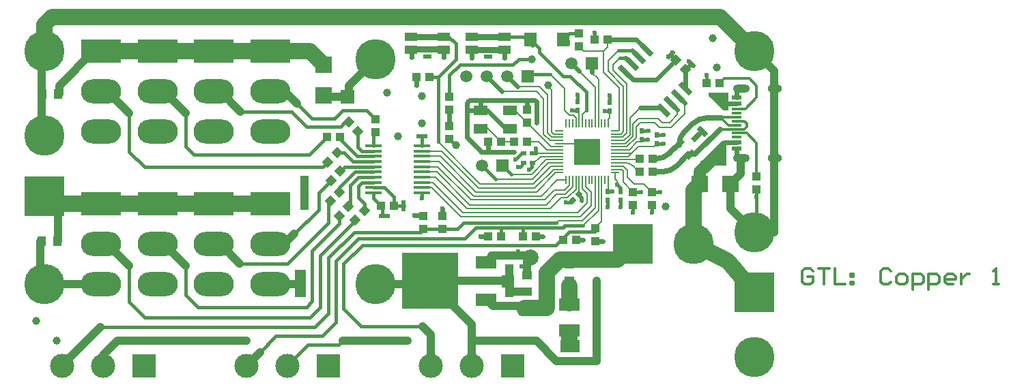
<source format=gtl>
G04*
G04 #@! TF.GenerationSoftware,Altium Limited,CircuitStudio,1.5.2 (30)*
G04*
G04 Layer_Physical_Order=1*
G04 Layer_Color=11767835*
%FSLAX25Y25*%
%MOIN*%
G70*
G01*
G75*
%ADD10C,0.00787*%
%ADD11C,0.02598*%
%ADD12R,0.09843X0.05906*%
%ADD13R,0.27559X0.27559*%
%ADD14R,0.04331X0.01969*%
%ADD15R,0.06299X0.04134*%
%ADD16P,0.05568X4X270.0*%
%ADD17R,0.03937X0.03937*%
%ADD18P,0.05568X4X180.0*%
%ADD19R,0.03937X0.03937*%
%ADD20R,0.02756X0.02362*%
%ADD21R,0.02362X0.02756*%
G04:AMPARAMS|DCode=22|XSize=27.56mil|YSize=23.62mil|CornerRadius=0mil|HoleSize=0mil|Usage=FLASHONLY|Rotation=225.000|XOffset=0mil|YOffset=0mil|HoleType=Round|Shape=Rectangle|*
%AMROTATEDRECTD22*
4,1,4,0.00139,0.01810,0.01810,0.00139,-0.00139,-0.01810,-0.01810,-0.00139,0.00139,0.01810,0.0*
%
%ADD22ROTATEDRECTD22*%

G04:AMPARAMS|DCode=23|XSize=23.62mil|YSize=70.87mil|CornerRadius=0mil|HoleSize=0mil|Usage=FLASHONLY|Rotation=225.000|XOffset=0mil|YOffset=0mil|HoleType=Round|Shape=Rectangle|*
%AMROTATEDRECTD23*
4,1,4,-0.01670,0.03341,0.03341,-0.01670,0.01670,-0.03341,-0.03341,0.01670,-0.01670,0.03341,0.0*
%
%ADD23ROTATEDRECTD23*%

G04:AMPARAMS|DCode=24|XSize=51.18mil|YSize=23.62mil|CornerRadius=0mil|HoleSize=0mil|Usage=FLASHONLY|Rotation=45.000|XOffset=0mil|YOffset=0mil|HoleType=Round|Shape=Rectangle|*
%AMROTATEDRECTD24*
4,1,4,-0.00974,-0.02645,-0.02645,-0.00974,0.00974,0.02645,0.02645,0.00974,-0.00974,-0.02645,0.0*
%
%ADD24ROTATEDRECTD24*%

%ADD25R,0.04528X0.02362*%
%ADD26R,0.04528X0.01181*%
%ADD27R,0.12598X0.12598*%
%ADD28R,0.00787X0.03937*%
%ADD29R,0.03937X0.00787*%
%ADD30R,0.07874X0.01654*%
%ADD31R,0.07087X0.05118*%
%ADD32R,0.06299X0.07087*%
%ADD33R,0.07874X0.07874*%
%ADD34R,0.07874X0.07874*%
%ADD35R,0.04724X0.03937*%
%ADD36R,0.09843X0.06299*%
%ADD37R,0.03937X0.04724*%
%ADD38C,0.03937*%
%ADD39C,0.01575*%
%ADD40C,0.07874*%
%ADD41C,0.02362*%
%ADD42C,0.03150*%
%ADD43C,0.01181*%
%ADD44C,0.05906*%
%ADD45R,0.05512X0.13386*%
%ADD46R,0.03937X0.16535*%
%ADD47R,0.09449X0.05906*%
G04:AMPARAMS|DCode=48|XSize=23.62mil|YSize=55.12mil|CornerRadius=0mil|HoleSize=0mil|Usage=FLASHONLY|Rotation=45.000|XOffset=0mil|YOffset=0mil|HoleType=Round|Shape=Rectangle|*
%AMROTATEDRECTD48*
4,1,4,0.01114,-0.02784,-0.02784,0.01114,-0.01114,0.02784,0.02784,-0.01114,0.01114,-0.02784,0.0*
%
%ADD48ROTATEDRECTD48*%

%ADD49R,0.05512X0.02362*%
%ADD50R,0.05906X0.06299*%
%ADD51R,0.02362X0.05512*%
%ADD52R,0.07087X0.06693*%
%ADD53C,0.11811*%
%ADD54R,0.11811X0.11811*%
%ADD55R,0.05906X0.05906*%
%ADD56C,0.05906*%
%ADD57C,0.19685*%
%ADD58R,0.19685X0.19685*%
%ADD59R,0.19685X0.19685*%
%ADD60O,0.19685X0.11811*%
%ADD61R,0.19685X0.11811*%
%ADD62O,0.07087X0.03937*%
%ADD63O,0.08268X0.03937*%
%ADD64C,0.07874*%
%ADD65C,0.03937*%
%ADD66C,0.02362*%
G36*
X344882Y121457D02*
X344882Y109449D01*
X331890Y109449D01*
Y110827D01*
X342520Y121457D01*
X344882Y121457D01*
D02*
G37*
G36*
X345669Y136221D02*
X343307Y136220D01*
X336221Y143307D01*
X336221Y144882D01*
X345669D01*
Y136221D01*
D02*
G37*
D10*
X301690Y106578D02*
G03*
X302362Y106299I672J672D01*
G01*
X299030Y109238D02*
G03*
X295669Y110630I-3360J-3360D01*
G01*
X272835Y167717D02*
X275197Y165354D01*
X284646D01*
X286614Y167323D02*
Y170866D01*
X284646Y165354D02*
X286614Y167323D01*
X284646Y155118D02*
Y165354D01*
X287008Y160630D02*
X292126Y165748D01*
X296063Y125197D02*
Y149213D01*
X289370Y155905D02*
X296063Y149213D01*
X289370Y155905D02*
Y158661D01*
X292720Y162012D01*
X251181Y98425D02*
X260236Y107480D01*
X254331Y94488D02*
X262205Y102362D01*
X255906Y92520D02*
X260630Y97244D01*
X256693Y90158D02*
X261811Y95276D01*
X258661Y88189D02*
X264173Y93701D01*
X262205Y102362D02*
X266535D01*
X260630Y97244D02*
X265748D01*
X261811Y95276D02*
X266007D01*
X264173Y93701D02*
X267188D01*
X283858Y81890D02*
Y102362D01*
X279331Y77362D02*
X283858Y81890D01*
X267188Y93701D02*
X271260Y97773D01*
X297638Y132677D02*
X302756Y137795D01*
X301181Y107087D02*
Y107480D01*
Y106299D02*
Y107087D01*
X290551Y110630D02*
X295669D01*
X301181Y107087D02*
X301690Y106578D01*
X299030Y109238D02*
X301181Y107087D01*
X290551Y112205D02*
X301969D01*
X296850Y113779D02*
X298425Y115354D01*
X290551Y113779D02*
X296850D01*
X290551Y116929D02*
X297244D01*
X290551Y107480D02*
X293701D01*
X272835Y129921D02*
Y135236D01*
X250984Y115354D02*
X262992D01*
X272835Y94685D02*
X272835Y94685D01*
X287008Y95866D02*
Y102362D01*
X290551Y115354D02*
X298425D01*
X262992Y120079D02*
X272835D01*
X257874Y110630D02*
X262992D01*
X256693Y112205D02*
X262992D01*
X259055Y109055D02*
X262992D01*
X260236Y107480D02*
X262992D01*
X250394Y100394D02*
X259055Y109055D01*
X253937Y113779D02*
X262992D01*
X260236Y124803D02*
X262992D01*
X259449Y123228D02*
X262992D01*
X258661Y121653D02*
X262992D01*
X255512Y124803D02*
X258661Y121653D01*
X224606Y127559D02*
X227953D01*
X234646Y120866D01*
X240945D01*
X247244Y130315D02*
X259055Y118504D01*
X262992D01*
X257087Y116929D02*
X262992D01*
X247244Y120866D02*
X253150D01*
X239173Y136221D02*
X241339D01*
X247244Y130315D01*
X253150Y120866D02*
X257087Y116929D01*
X271260Y129921D02*
Y132677D01*
X270079Y133858D02*
X271260Y132677D01*
X290551Y124803D02*
X293307D01*
X294488Y125984D01*
X290551Y123228D02*
X294094D01*
X296063Y125197D01*
X290551Y121653D02*
X294882D01*
X297638Y124409D01*
X290551Y120079D02*
X295534D01*
X299213Y123757D01*
X290551Y118504D02*
X296186D01*
X300787Y123105D01*
X297244Y116929D02*
X301181Y120866D01*
X265748Y97244D02*
X268110Y99606D01*
Y102362D01*
X266007Y95276D02*
X269685Y98954D01*
Y102362D01*
X271260Y97773D02*
Y102362D01*
X275984Y99077D02*
Y102362D01*
X274410Y98032D02*
Y102362D01*
X293701Y107480D02*
X294488Y106693D01*
Y101181D02*
X299213Y96457D01*
X290551Y109055D02*
X294488D01*
X296457Y107087D01*
X304331Y100394D02*
X308268Y96457D01*
X298425Y115354D02*
X301575Y118504D01*
X309252D01*
X301181Y120866D02*
X302559D01*
X303543Y121850D01*
X309252Y118504D02*
X310630Y119882D01*
X297638Y124409D02*
Y132677D01*
X299213Y123757D02*
Y129663D01*
X311811Y137795D02*
X312992Y136614D01*
X235118Y145669D02*
X251969D01*
X255512Y142126D01*
Y124803D02*
Y142126D01*
X242756Y148031D02*
X253543D01*
X259449Y125591D02*
X260236Y124803D01*
X290551Y126378D02*
X292126D01*
X292520Y126772D01*
X287008Y129921D02*
Y131890D01*
X287795Y132677D02*
Y136024D01*
X261811Y81496D02*
X262598Y82284D01*
X224410Y100394D02*
X250394D01*
X196850Y116437D02*
X205610D01*
X223622Y98425D01*
X251181D01*
X196752Y113878D02*
X205020D01*
X222441Y96457D01*
X196752Y111319D02*
X204429D01*
X221260Y94488D01*
X254331D01*
X196752Y108760D02*
X203839D01*
X220079Y92520D01*
X255906D01*
X196063Y106201D02*
X203248D01*
X219291Y90158D01*
X256693D01*
X196063Y103642D02*
X202658D01*
X218110Y88189D01*
X258661D01*
X196063Y101083D02*
X201279D01*
X216142Y86221D01*
X196063Y98524D02*
X200689D01*
X214961Y84252D01*
X271457Y136614D02*
X272835Y135236D01*
X257480Y125197D02*
X259449Y123228D01*
X257480Y125197D02*
Y144095D01*
X253543Y148031D02*
X257480Y144095D01*
X259449Y125591D02*
Y146457D01*
X257874Y148031D02*
X259449Y146457D01*
X257874Y148031D02*
Y148819D01*
X203937Y120866D02*
X224410Y100394D01*
X222441Y96457D02*
X251969D01*
X261417Y105905D01*
X262992D01*
X232126Y102756D02*
X250000D01*
X257874Y110630D01*
X239764Y105118D02*
X249606D01*
X256693Y112205D01*
X250492Y110335D02*
X253937Y113779D01*
X300787Y123105D02*
Y128347D01*
X299213Y129663D02*
X301833Y132283D01*
X300787Y128347D02*
X302756Y130315D01*
X301833Y132283D02*
X311417D01*
X313386Y130315D01*
X302756D02*
X309842D01*
X312205Y127953D01*
X313386Y130315D02*
X316929D01*
X320866Y134252D01*
Y136622D01*
X312205Y127953D02*
X317717D01*
X324409Y134646D01*
Y140150D01*
X287008Y155512D02*
Y160630D01*
Y155512D02*
X294488Y148031D01*
Y125984D02*
Y148031D01*
X292520Y126772D02*
Y147244D01*
X284646Y155118D02*
X292520Y147244D01*
X287008Y131890D02*
X287795Y132677D01*
X278740Y155118D02*
X282283Y151575D01*
Y129921D02*
Y151575D01*
X272835Y155512D02*
X280709Y147638D01*
Y129921D02*
Y147638D01*
X274410Y129921D02*
Y134252D01*
X276378Y136221D01*
X268110Y133858D02*
X270079D01*
X265748Y136221D02*
X268110Y133858D01*
X265748Y136221D02*
Y146850D01*
X258661Y153937D02*
X265748Y146850D01*
X299606Y100394D02*
X304331D01*
X290551Y102756D02*
Y105905D01*
Y102756D02*
X291339Y101969D01*
Y100000D02*
Y101969D01*
X294488Y101181D02*
Y106693D01*
X296457Y103543D02*
Y107087D01*
Y103543D02*
X299606Y100394D01*
X275984Y99077D02*
X278740Y96322D01*
X274410Y98032D02*
X276772Y95669D01*
X274803Y79921D02*
X282283Y87402D01*
Y102362D01*
X262598Y82284D02*
X274410D01*
X280709Y88583D01*
Y102362D01*
X214961Y84252D02*
X273228D01*
X278740Y89764D01*
Y96322D01*
X216142Y86221D02*
X272047D01*
X276772Y90945D01*
Y95669D01*
X272835Y94685D02*
Y95188D01*
Y102362D01*
D11*
X335244Y132677D02*
G03*
X328173Y129748I0J-10000D01*
G01*
X324006Y125581D02*
G03*
X321757Y120150I5430J-5430D01*
G01*
X313507Y106299D02*
G03*
X320578Y109228I0J10000D01*
G01*
X310063Y112598D02*
G03*
X317133Y115527I0J10000D01*
G01*
X335244Y132677D02*
X342126D01*
X324006Y125581D02*
X328173Y129748D01*
X317133Y115527D02*
X321757Y120150D01*
Y119315D02*
Y120150D01*
X308661Y106299D02*
X313507D01*
X308661Y112598D02*
X310063D01*
X329551Y114861D02*
X341659Y126969D01*
X320578Y109228D02*
X326211Y114861D01*
X327046D01*
X329551D01*
D12*
X227362Y43780D02*
D03*
Y61890D02*
D03*
D13*
X200197Y52835D02*
D03*
D14*
X228346Y162599D02*
D03*
X198819Y162598D02*
D03*
D15*
X220276Y166142D02*
D03*
X236417D02*
D03*
Y172441D02*
D03*
X220276D02*
D03*
X190748Y166142D02*
D03*
X206890D02*
D03*
Y172441D02*
D03*
X190748D02*
D03*
D16*
X160101Y89235D02*
D03*
X155647Y84781D02*
D03*
X155770Y96322D02*
D03*
X151316Y91867D02*
D03*
X156164Y106558D02*
D03*
X151710Y102104D02*
D03*
X154589Y115613D02*
D03*
X150135Y111159D02*
D03*
X167975Y87266D02*
D03*
X163521Y82812D02*
D03*
D17*
X155905Y123228D02*
D03*
X149606D02*
D03*
X199606Y152756D02*
D03*
X193307D02*
D03*
X308661Y112598D02*
D03*
X302362D02*
D03*
X308661Y106299D02*
D03*
X302362D02*
D03*
X182283Y89764D02*
D03*
X175984D02*
D03*
X280315Y170866D02*
D03*
X286614D02*
D03*
X228346Y120866D02*
D03*
X234646D02*
D03*
X251575Y74803D02*
D03*
X245276D02*
D03*
X341339Y149606D02*
D03*
X335039D02*
D03*
X240945Y120866D02*
D03*
X247244D02*
D03*
X271260Y72835D02*
D03*
X264961D02*
D03*
X228346Y74803D02*
D03*
X234646D02*
D03*
D18*
X164825Y126119D02*
D03*
X160371Y130574D02*
D03*
X324668Y156434D02*
D03*
X320214Y160889D02*
D03*
D19*
X173228Y125591D02*
D03*
Y131890D02*
D03*
X209449Y142913D02*
D03*
Y136614D02*
D03*
Y128740D02*
D03*
Y122441D02*
D03*
X308268Y90158D02*
D03*
Y96457D02*
D03*
X238583Y59055D02*
D03*
Y65354D02*
D03*
Y46850D02*
D03*
Y40551D02*
D03*
X247244Y136614D02*
D03*
Y130315D02*
D03*
X280709Y72441D02*
D03*
Y78740D02*
D03*
X205906Y84646D02*
D03*
Y78347D02*
D03*
X359449Y103937D02*
D03*
Y97638D02*
D03*
X272835Y174016D02*
D03*
Y167717D02*
D03*
X299213Y90158D02*
D03*
Y96457D02*
D03*
X196850Y84646D02*
D03*
Y78347D02*
D03*
D20*
X245866Y110630D02*
D03*
X250197D02*
D03*
X245866Y115354D02*
D03*
X250197D02*
D03*
D21*
X303543Y126181D02*
D03*
Y121850D02*
D03*
X287795Y140354D02*
D03*
Y136024D02*
D03*
X272047Y140748D02*
D03*
Y136417D02*
D03*
X286614Y92323D02*
D03*
Y96653D02*
D03*
X310630Y124213D02*
D03*
Y119882D02*
D03*
X292913Y92323D02*
D03*
Y96653D02*
D03*
D22*
X269729Y92170D02*
D03*
X272791Y95232D02*
D03*
D23*
X314004Y136413D02*
D03*
X317540Y139948D02*
D03*
X321076Y143484D02*
D03*
X324611Y147019D02*
D03*
X305681Y165950D02*
D03*
X302145Y162414D02*
D03*
X298609Y158879D02*
D03*
X295074Y155343D02*
D03*
D24*
X326907Y114722D02*
D03*
X321618Y120011D02*
D03*
X330108Y123213D02*
D03*
D25*
X349754Y142717D02*
D03*
Y139567D02*
D03*
Y120669D02*
D03*
Y117520D02*
D03*
D26*
Y135039D02*
D03*
Y133071D02*
D03*
Y131102D02*
D03*
Y137008D02*
D03*
Y123228D02*
D03*
Y129134D02*
D03*
Y127165D02*
D03*
Y125197D02*
D03*
D27*
X276772Y116142D02*
D03*
D28*
X287008Y129921D02*
D03*
X285433D02*
D03*
X283858D02*
D03*
X282283D02*
D03*
X280709D02*
D03*
X279134D02*
D03*
X277559D02*
D03*
X275984D02*
D03*
X274410D02*
D03*
X272835D02*
D03*
X271260D02*
D03*
X269685D02*
D03*
X268110D02*
D03*
X266535D02*
D03*
Y102362D02*
D03*
X268110D02*
D03*
X269685D02*
D03*
X271260D02*
D03*
X272835D02*
D03*
X274410D02*
D03*
X275984D02*
D03*
X277559D02*
D03*
X279134D02*
D03*
X280709D02*
D03*
X282283D02*
D03*
X283858D02*
D03*
X285433D02*
D03*
X287008D02*
D03*
D29*
X262992Y126378D02*
D03*
Y124803D02*
D03*
Y123228D02*
D03*
Y121653D02*
D03*
Y120079D02*
D03*
Y118504D02*
D03*
Y116929D02*
D03*
Y115354D02*
D03*
Y113779D02*
D03*
Y112205D02*
D03*
Y110630D02*
D03*
Y109055D02*
D03*
Y107480D02*
D03*
Y105905D02*
D03*
X290551D02*
D03*
Y107480D02*
D03*
Y109055D02*
D03*
Y110630D02*
D03*
Y112205D02*
D03*
Y113779D02*
D03*
Y115354D02*
D03*
Y116929D02*
D03*
Y118504D02*
D03*
Y120079D02*
D03*
Y121653D02*
D03*
Y123228D02*
D03*
Y124803D02*
D03*
Y126378D02*
D03*
D30*
X172441Y95964D02*
D03*
Y98524D02*
D03*
Y101083D02*
D03*
Y103642D02*
D03*
Y106201D02*
D03*
Y108760D02*
D03*
Y111319D02*
D03*
Y113878D02*
D03*
Y116437D02*
D03*
Y118996D02*
D03*
X196063D02*
D03*
Y116437D02*
D03*
Y113878D02*
D03*
Y111319D02*
D03*
Y108760D02*
D03*
Y106201D02*
D03*
Y103642D02*
D03*
Y101083D02*
D03*
Y98524D02*
D03*
Y95964D02*
D03*
D31*
X224803Y136417D02*
D03*
X238976D02*
D03*
Y127362D02*
D03*
X224803D02*
D03*
D32*
X249213Y170866D02*
D03*
X264961D02*
D03*
D33*
X331890Y100394D02*
D03*
X346850D02*
D03*
D34*
X148031Y158661D02*
D03*
Y143701D02*
D03*
D35*
X268110Y53150D02*
D03*
Y61024D02*
D03*
X247244Y47638D02*
D03*
Y55512D02*
D03*
D36*
X268110Y41339D02*
D03*
Y28740D02*
D03*
D37*
X10630Y144488D02*
D03*
X18504D02*
D03*
X10236Y72441D02*
D03*
X18110D02*
D03*
D38*
X281496Y41339D02*
Y53150D01*
Y27559D02*
Y41339D01*
Y13780D02*
Y27559D01*
X267717Y13780D02*
X281496D01*
X261811D02*
X267717D01*
X220394Y11575D02*
Y31575D01*
X236221Y23622D02*
X251969D01*
X220472D02*
X236221D01*
X251969D02*
X261811Y13780D01*
X173228Y23622D02*
X188976D01*
X200394Y11575D02*
Y26772D01*
X196457Y30709D02*
X200394Y26772D01*
X20394Y11575D02*
X39134Y30315D01*
X157480Y23622D02*
X173228D01*
X94488D02*
X110236D01*
X78740D02*
X94488D01*
X62992D02*
X78740D01*
X47244D02*
X62992D01*
X40394Y16772D02*
X47244Y23622D01*
X40394Y11575D02*
Y16772D01*
X368110Y76772D02*
Y155512D01*
X358268Y76772D02*
X368110D01*
X358268Y165354D02*
X368110Y155512D01*
X122047Y51181D02*
X136614D01*
X18504Y72441D02*
Y87795D01*
X18898Y148425D02*
X35827Y165354D01*
X18898Y144488D02*
Y148425D01*
X110394Y11575D02*
X116929Y18110D01*
X97638Y145669D02*
X107480Y135827D01*
X97638Y70866D02*
X107087Y61417D01*
X70079Y70866D02*
X80709Y60236D01*
X42520Y70866D02*
X53150Y60236D01*
X70079Y145669D02*
X80709Y135039D01*
X42520Y145669D02*
X53150Y135039D01*
X238583Y53150D02*
Y58268D01*
Y40551D02*
X246457D01*
X247244Y57874D02*
Y65354D01*
X238583Y65354D02*
X246294D01*
X351870Y105413D02*
Y113110D01*
X227362Y61890D02*
X230039Y64567D01*
Y65354D02*
X238583D01*
X230591Y40551D02*
X238583D01*
X227362Y43780D02*
X230591Y40551D01*
X122047Y70866D02*
X128740D01*
X133858Y75984D01*
X160236Y148425D02*
X173228Y161417D01*
Y51181D02*
X198543D01*
X200197Y52835D02*
Y53150D01*
X238583D01*
X200197Y51772D02*
Y52835D01*
Y51772D02*
X220394Y31575D01*
X346850Y88189D02*
X358268Y76772D01*
X122047Y145669D02*
X129134D01*
X135039Y139764D01*
X159449Y142913D02*
Y144488D01*
X35433Y145669D02*
X39370D01*
X10236Y163779D02*
X11811Y165354D01*
Y51181D02*
X39370D01*
X346850Y100394D02*
X351870Y105413D01*
X346850Y88189D02*
Y100394D01*
X239370Y47638D02*
X247244D01*
X238583Y46850D02*
X239370Y47638D01*
X238583Y47638D02*
Y53150D01*
X9843Y53150D02*
Y72441D01*
X10236Y125591D02*
Y163779D01*
X160236Y143307D02*
Y148425D01*
X149213Y142913D02*
X159449D01*
D39*
X166535Y30709D02*
X196457D01*
X157874Y39370D02*
X166535Y30709D01*
X146457Y40157D02*
Y65354D01*
X141339Y35039D02*
X146457Y40157D01*
X60630Y35039D02*
X141339D01*
X143701Y30315D02*
X150394Y37008D01*
X39134Y30315D02*
X143701D01*
X150394Y37008D02*
Y64173D01*
X153937Y32677D02*
Y62598D01*
X147244Y25984D02*
X153937Y32677D01*
X124803Y25984D02*
X147244D01*
X116929Y18110D02*
X124803Y25984D01*
X130394Y11575D02*
X140472Y21654D01*
X155512D01*
X157480Y23622D01*
X280315Y170866D02*
Y174409D01*
X279921Y170472D02*
X280315Y170866D01*
X264961D02*
X268110Y174016D01*
X272835D01*
X145669Y96063D02*
X151710Y102104D01*
X145669Y87795D02*
Y96063D01*
X133858Y75984D02*
X145669Y87795D01*
X142520Y42913D02*
Y67716D01*
X139764Y40157D02*
X142520Y42913D01*
X86614Y40157D02*
X139764D01*
X142520Y67716D02*
X155647Y80844D01*
X146457Y65354D02*
X163718Y82615D01*
X150394Y64173D02*
X162992Y76772D01*
X153937Y62598D02*
X164961Y73622D01*
X157874Y61417D02*
X166929Y70472D01*
X157874Y39370D02*
Y61417D01*
X195276Y76772D02*
X196850Y78347D01*
X213386D01*
X216535Y81496D01*
X287795Y140354D02*
Y143701D01*
X225433Y109449D02*
X232126Y102756D01*
X280315Y77165D02*
X281890Y78740D01*
X268110Y77165D02*
X280315D01*
X261417Y70472D02*
X268110Y77165D01*
X164961Y73622D02*
X216929D01*
X166929Y70472D02*
X261417D01*
X266535Y91339D02*
X268898D01*
X269729Y92170D01*
X235433Y109449D02*
X239764Y105118D01*
X107087Y61417D02*
X130315D01*
X182283Y89764D02*
Y94095D01*
X172441Y93307D02*
X175984Y89764D01*
X80709Y118504D02*
Y135039D01*
X53150Y42520D02*
Y60236D01*
X80709Y46063D02*
Y60236D01*
X53150Y116142D02*
Y135039D01*
Y116142D02*
X60630Y108661D01*
X53150Y42520D02*
X60630Y35039D01*
X80709Y46063D02*
X86614Y40157D01*
X80709Y118504D02*
X84646Y114567D01*
X163287Y106201D02*
X172441D01*
X165059Y103642D02*
X172441D01*
X164961Y93701D02*
Y99213D01*
X166831Y101083D01*
X176772Y84646D02*
Y89764D01*
X175591Y90158D02*
X175984Y89764D01*
X172441Y93307D02*
Y95964D01*
X166831Y101083D02*
X172441D01*
X292126Y165748D02*
X298811D01*
X292720Y162012D02*
X295476D01*
X335039Y149606D02*
Y153543D01*
X244882Y115354D02*
X245866D01*
X241732Y112205D02*
X244882Y115354D01*
X329969Y123073D02*
X332753Y125857D01*
X310630Y124213D02*
X313976D01*
X359449Y94095D02*
Y97638D01*
X308268Y86221D02*
Y90158D01*
X299213Y86221D02*
Y90158D01*
X172441Y98524D02*
X177854D01*
X196063Y118996D02*
Y124114D01*
X177854Y98524D02*
X182283Y94095D01*
X196063Y93701D02*
Y95964D01*
X177854Y98524D02*
X178740Y97638D01*
X182283Y89764D02*
X187402D01*
X264961Y79134D02*
X265748Y79921D01*
X245276Y79134D02*
X264961D01*
X216929Y73622D02*
X222441Y79134D01*
X234646D01*
X245276Y74803D02*
Y79134D01*
X234646Y74803D02*
Y79134D01*
X245276D01*
X216535Y81496D02*
X261811D01*
X162992Y76772D02*
X195276D01*
X172441Y118996D02*
Y125197D01*
X166634Y116437D02*
X172441D01*
X164469Y113878D02*
X172441D01*
X155315Y123031D02*
X164469Y113878D01*
X162303Y111319D02*
X172441D01*
X158009Y115613D02*
X162303Y111319D01*
X155770Y98684D02*
X163287Y106201D01*
X161024Y99606D02*
X165059Y103642D01*
X161024Y90158D02*
Y99606D01*
X130315Y61417D02*
X150394Y81496D01*
Y90945D01*
X155647Y80844D02*
Y84781D01*
X164961Y93701D02*
X167975Y90686D01*
Y87266D02*
Y90686D01*
X160101Y89235D02*
X161024Y90158D01*
X150394Y90945D02*
X151316Y91867D01*
X155770Y96322D02*
Y98684D01*
X158366Y108760D02*
X172441D01*
X156164Y106558D02*
X158366Y108760D01*
X154589Y115613D02*
X158009D01*
X60630Y108661D02*
X147638D01*
X150135Y111159D01*
X84646Y114567D02*
X140945D01*
X149606Y123228D01*
X168898Y136221D02*
X173228Y131890D01*
X164825Y118245D02*
X166634Y116437D01*
X164825Y118245D02*
Y126119D01*
X359449Y77953D02*
Y94095D01*
X310630Y119882D02*
X313976D01*
X209449Y122441D02*
X212598Y119291D01*
X272047Y140748D02*
Y143898D01*
X248425Y153937D02*
X258661D01*
X250197Y115354D02*
X251575D01*
Y117717D01*
X243898Y108661D02*
X245866Y110630D01*
X242913Y108661D02*
X243898D01*
X248425Y107480D02*
X249606Y108661D01*
Y110039D01*
X250197Y110630D01*
X303543Y121850D02*
X306496D01*
X303543Y126181D02*
X303740Y126378D01*
X306693D01*
X206890Y172441D02*
X209055D01*
X212598Y168898D01*
X203937Y120866D02*
Y152756D01*
X212598Y161417D01*
Y168898D01*
X199606Y152756D02*
X203937D01*
X245669Y172441D02*
X250000Y168110D01*
X235433Y172441D02*
X245669D01*
X253543Y164567D02*
Y166535D01*
X249213Y170866D02*
X253543Y166535D01*
Y164567D02*
X264961Y153150D01*
X267323Y168898D02*
Y170473D01*
X264961Y153150D02*
X268504D01*
X285236Y136024D02*
X287795D01*
X268504Y153150D02*
X276378Y145276D01*
Y136221D02*
Y145276D01*
X269488Y136417D02*
X272047D01*
X243307Y161417D02*
X249606D01*
X240551Y158661D02*
X243307Y161417D01*
X214567Y158661D02*
X240551D01*
X209449Y153543D02*
X214567Y158661D01*
X209449Y142913D02*
Y153543D01*
X286614Y96653D02*
X289173D01*
X291339Y100000D02*
X292913Y98425D01*
Y96653D02*
Y98425D01*
Y88976D02*
Y92323D01*
X286614Y88976D02*
Y92323D01*
X299213Y96457D02*
X302953D01*
X308268D02*
X312402D01*
X107480Y135827D02*
X132283D01*
X157480Y136221D02*
X168898D01*
X132283Y135827D02*
X139764Y128347D01*
X135039Y139764D02*
X142520Y132283D01*
X153543D01*
X157480Y136221D01*
X139764Y128347D02*
X156299D01*
X158526Y130574D01*
X160371D01*
X265748Y79921D02*
X274803D01*
X274016Y92126D02*
Y93504D01*
X272791Y95232D02*
X272835Y95188D01*
X272835Y94685D02*
X274016Y93504D01*
D40*
X11811Y178347D02*
X15354Y181890D01*
X11811Y165354D02*
Y178347D01*
X341732Y181890D02*
X358268Y165354D01*
X94488Y90551D02*
X122047D01*
X66929D02*
X94488D01*
X39370D02*
X66929D01*
X15748D02*
X39370D01*
X122047Y165354D02*
X141339D01*
X94488D02*
X122047D01*
X66929D02*
X94488D01*
X39370D02*
X66929D01*
X122047Y70866D02*
X123228D01*
X39370Y145669D02*
X42520D01*
X291732Y63386D02*
X299213Y70866D01*
X263386Y63386D02*
X291732D01*
X268110Y22835D02*
Y27559D01*
Y42126D02*
Y50787D01*
X257087Y39764D02*
Y57087D01*
X246063Y39764D02*
X257087D01*
X345276Y62598D02*
X358268Y47244D01*
X328740Y70866D02*
X345276Y62598D01*
X328740Y70866D02*
Y97244D01*
X141339Y165354D02*
X148031Y158661D01*
X328740Y97244D02*
X331890Y100394D01*
X15354Y181890D02*
X341732D01*
X257087Y57087D02*
X263386Y63386D01*
D41*
X286614Y170866D02*
X300764D01*
X271260Y72835D02*
X274803D01*
X224803Y74803D02*
X228346D01*
X251575D02*
X255118D01*
X190945Y166339D02*
X190945Y162205D01*
X206890D02*
Y166339D01*
X192520Y85039D02*
X196063D01*
X205906Y84646D02*
Y88189D01*
X280709Y72441D02*
X284252D01*
X310506Y151181D02*
X320214Y160889D01*
X299236Y151181D02*
X310506D01*
X295074Y155343D02*
X299236Y151181D01*
X324611Y147019D02*
X324668Y147076D01*
Y156434D01*
X251181Y141339D02*
X251969Y140551D01*
X218110Y140157D02*
X219291Y141339D01*
X218110Y123228D02*
X225197Y116142D01*
X218110Y136221D02*
X224606D01*
X218110Y123228D02*
Y136221D01*
Y140157D01*
X224606Y136221D02*
Y141142D01*
X236614Y127559D02*
X239173D01*
X227953Y136221D02*
X236614Y127559D01*
X251969Y130315D02*
Y140551D01*
X247244Y136614D02*
Y141339D01*
X219291D02*
X247244D01*
X251181D01*
X228346Y116535D02*
Y120866D01*
X225197Y116142D02*
X233858D01*
X240945D01*
X298811Y165748D02*
X302145Y162414D01*
X302756Y137795D02*
X311811D01*
X317540Y139948D02*
X320866Y136622D01*
X321076Y143484D02*
X324409Y140150D01*
X295476Y162012D02*
X298609Y158879D01*
X300764Y170866D02*
X305681Y165950D01*
X316446Y162655D02*
X318414Y164624D01*
X317627Y163476D02*
X320214Y160889D01*
X227638Y153150D02*
X235118Y145669D01*
X237638Y153150D02*
X242756Y148031D01*
X236417Y162008D02*
Y166142D01*
X220276Y162008D02*
Y166142D01*
X349606Y142717D02*
Y144862D01*
Y115374D02*
Y117520D01*
X324668Y156434D02*
X327255Y159021D01*
X326435Y160203D02*
X328403Y158234D01*
X343701Y120669D02*
X349606D01*
X342323Y139567D02*
X349606D01*
X209449Y128740D02*
Y136614D01*
X247638Y153150D02*
X248425Y153937D01*
X193307Y148622D02*
Y152756D01*
X279134Y155118D02*
Y159449D01*
X269134Y159213D02*
Y159449D01*
Y159213D02*
X272835Y155512D01*
D42*
X190945Y166339D02*
X206890D01*
X190748Y172441D02*
X206890D01*
X220276Y172441D02*
X236417D01*
X220276Y166142D02*
X236417D01*
D43*
X341339Y149606D02*
X343701Y151969D01*
X355906D01*
X359449Y148425D01*
X342126Y132677D02*
X345669Y129134D01*
X342520Y132283D02*
X343307Y133071D01*
X349606D01*
X345669Y129134D02*
X349606D01*
X341462Y127165D02*
X349606D01*
Y131102D02*
X353543D01*
X354724Y129921D01*
Y128346D02*
Y129921D01*
X353543Y127165D02*
X354724Y128346D01*
X349606Y127165D02*
X353543D01*
X349606Y125197D02*
X354724D01*
X359449Y120472D01*
X349606Y137008D02*
X353937D01*
X359449Y142520D01*
Y148425D01*
Y103937D02*
Y120472D01*
X387137Y57741D02*
X385825Y59053D01*
X383202D01*
X381890Y57741D01*
Y52493D01*
X383202Y51181D01*
X385825D01*
X387137Y52493D01*
Y55117D01*
X384514D01*
X389761Y59053D02*
X395009D01*
X392385D01*
Y51181D01*
X397633Y59053D02*
Y51181D01*
X402880D01*
X405504Y56429D02*
X406816D01*
Y55117D01*
X405504D01*
Y56429D01*
Y52493D02*
X406816D01*
Y51181D01*
X405504D01*
Y52493D01*
X425183Y57741D02*
X423871Y59053D01*
X421247D01*
X419935Y57741D01*
Y52493D01*
X421247Y51181D01*
X423871D01*
X425183Y52493D01*
X429119Y51181D02*
X431742D01*
X433054Y52493D01*
Y55117D01*
X431742Y56429D01*
X429119D01*
X427807Y55117D01*
Y52493D01*
X429119Y51181D01*
X435678Y48557D02*
Y56429D01*
X439614D01*
X440926Y55117D01*
Y52493D01*
X439614Y51181D01*
X435678D01*
X443550Y48557D02*
Y56429D01*
X447485D01*
X448797Y55117D01*
Y52493D01*
X447485Y51181D01*
X443550D01*
X455357D02*
X452733D01*
X451421Y52493D01*
Y55117D01*
X452733Y56429D01*
X455357D01*
X456669Y55117D01*
Y53805D01*
X451421D01*
X459293Y56429D02*
Y51181D01*
Y53805D01*
X460605Y55117D01*
X461916Y56429D01*
X463228D01*
X475036Y51181D02*
X477659D01*
X476347D01*
Y59053D01*
X475036Y57741D01*
D44*
X331890Y106299D02*
X337402Y111811D01*
X331890Y101969D02*
Y106299D01*
D45*
X136614Y51575D02*
D03*
D46*
X138583Y96063D02*
D03*
D47*
X268504Y21063D02*
D03*
D48*
X333031Y126136D02*
D03*
D49*
X196063Y123721D02*
D03*
X177559Y84646D02*
D03*
D50*
X237992Y52756D02*
D03*
D51*
X187008Y89764D02*
D03*
D52*
X159843Y143110D02*
D03*
D53*
X200472Y11417D02*
D03*
X220472D02*
D03*
X110315D02*
D03*
X130315D02*
D03*
X20551D02*
D03*
X40551D02*
D03*
D54*
X240472D02*
D03*
X150315D02*
D03*
X60551D02*
D03*
D55*
X235433Y109449D02*
D03*
X279134Y159449D02*
D03*
X247638Y153150D02*
D03*
D56*
X225433Y109449D02*
D03*
X269134Y159449D02*
D03*
X237638Y153150D02*
D03*
X227638D02*
D03*
X217638D02*
D03*
D57*
X358268Y15748D02*
D03*
Y76772D02*
D03*
X11811Y124016D02*
D03*
X328740Y70866D02*
D03*
X11811Y165354D02*
D03*
X358268D02*
D03*
X11811Y51181D02*
D03*
X173228D02*
D03*
Y161417D02*
D03*
D58*
X358268Y47244D02*
D03*
X11811Y94488D02*
D03*
D59*
X299213Y70866D02*
D03*
D60*
X122047Y145669D02*
D03*
Y125984D02*
D03*
X94488D02*
D03*
Y145669D02*
D03*
X66929D02*
D03*
Y125984D02*
D03*
X39370D02*
D03*
Y145669D02*
D03*
X94488Y70866D02*
D03*
Y51181D02*
D03*
X66929D02*
D03*
Y70866D02*
D03*
X39370D02*
D03*
Y51181D02*
D03*
X122047D02*
D03*
Y70866D02*
D03*
D61*
Y165354D02*
D03*
X94488D02*
D03*
X66929D02*
D03*
X39370D02*
D03*
X94488Y90551D02*
D03*
X66929D02*
D03*
X39370D02*
D03*
X122047D02*
D03*
D62*
X368356Y147126D02*
D03*
Y113110D02*
D03*
D63*
X352018Y147126D02*
D03*
Y113110D02*
D03*
D64*
X249213Y64173D02*
D03*
D65*
X281496Y53150D02*
D03*
X188976Y23622D02*
D03*
X281496Y41339D02*
D03*
Y27559D02*
D03*
Y13780D02*
D03*
X267717D02*
D03*
X251969Y23622D02*
D03*
X236221D02*
D03*
X220472D02*
D03*
X173228D02*
D03*
X157480D02*
D03*
X110236D02*
D03*
X94488D02*
D03*
X78740D02*
D03*
X62992D02*
D03*
X47244D02*
D03*
X17717D02*
D03*
X7874Y33465D02*
D03*
X368110Y90551D02*
D03*
X346457Y177165D02*
D03*
X338583Y181102D02*
D03*
X322835D02*
D03*
X307087D02*
D03*
X291339D02*
D03*
X275590D02*
D03*
X259842D02*
D03*
X244094D02*
D03*
X228346D02*
D03*
X212598D02*
D03*
X196850D02*
D03*
X181102D02*
D03*
X165354D02*
D03*
X149606D02*
D03*
X133858D02*
D03*
X118110D02*
D03*
X102362D02*
D03*
X86614D02*
D03*
X70866D02*
D03*
X55118D02*
D03*
X39370D02*
D03*
X23622D02*
D03*
X13386Y180709D02*
D03*
X244882Y37795D02*
D03*
X248425Y41732D02*
D03*
X252362Y38189D02*
D03*
X255118Y42913D02*
D03*
X259055Y39370D02*
D03*
X255118Y50000D02*
D03*
X259055Y46457D02*
D03*
Y53543D02*
D03*
X212598Y119291D02*
D03*
X257874Y148819D02*
D03*
X249606Y161417D02*
D03*
X196063Y129921D02*
D03*
Y143307D02*
D03*
X184252Y123622D02*
D03*
X179134Y144882D02*
D03*
X314961Y89370D02*
D03*
X340158Y157480D02*
D03*
X338189Y171653D02*
D03*
D66*
X280315Y174409D02*
D03*
X138583Y89764D02*
D03*
Y102362D02*
D03*
X287795Y143701D02*
D03*
X274803Y72835D02*
D03*
X224803Y74803D02*
D03*
X255118D02*
D03*
X266535Y91339D02*
D03*
X190945Y162205D02*
D03*
X206890D02*
D03*
X192520Y85039D02*
D03*
X205906Y88189D02*
D03*
X284252Y72441D02*
D03*
X335039Y153543D02*
D03*
X271654Y19291D02*
D03*
X268504D02*
D03*
X265354D02*
D03*
X271654Y22835D02*
D03*
X268504D02*
D03*
X265354D02*
D03*
X225197Y116142D02*
D03*
X218110Y123228D02*
D03*
X218701Y140748D02*
D03*
X251969Y140551D02*
D03*
Y130315D02*
D03*
X239764Y141339D02*
D03*
X229921D02*
D03*
X218110Y132283D02*
D03*
X233858Y116142D02*
D03*
X240945D02*
D03*
X241732Y112205D02*
D03*
X331918Y127249D02*
D03*
X334145Y125022D02*
D03*
X313976Y124213D02*
D03*
X316446Y162655D02*
D03*
X318414Y164624D02*
D03*
X236417Y162008D02*
D03*
X220276Y162008D02*
D03*
X344488Y137402D02*
D03*
Y140551D02*
D03*
Y143701D02*
D03*
X340945Y143701D02*
D03*
Y140551D02*
D03*
X337402Y143701D02*
D03*
X359449Y94095D02*
D03*
X308268Y86221D02*
D03*
X299213D02*
D03*
X336614Y113779D02*
D03*
Y110630D02*
D03*
X340158D02*
D03*
Y113779D02*
D03*
Y116929D02*
D03*
X343701D02*
D03*
Y113779D02*
D03*
Y110630D02*
D03*
Y120276D02*
D03*
X333071Y110630D02*
D03*
X197638Y123721D02*
D03*
X194488D02*
D03*
X236614Y54725D02*
D03*
Y51181D02*
D03*
X239764D02*
D03*
Y54725D02*
D03*
X196063Y93307D02*
D03*
X175984Y84646D02*
D03*
X179134D02*
D03*
X187008Y91339D02*
D03*
Y88189D02*
D03*
X157874Y144882D02*
D03*
Y141339D02*
D03*
X161811Y144882D02*
D03*
Y141339D02*
D03*
X328403Y158234D02*
D03*
X326435Y160203D02*
D03*
X313976Y119882D02*
D03*
X272047Y143898D02*
D03*
Y120866D02*
D03*
X281496D02*
D03*
Y111417D02*
D03*
X272047D02*
D03*
X276772Y116142D02*
D03*
X251575Y117717D02*
D03*
X248425Y107480D02*
D03*
X242913Y108661D02*
D03*
X306496Y121850D02*
D03*
X306693Y126378D02*
D03*
X193307Y148622D02*
D03*
X285236Y136024D02*
D03*
X269488Y136417D02*
D03*
X289173Y96653D02*
D03*
X291339Y100000D02*
D03*
X292913Y88976D02*
D03*
X286614D02*
D03*
X302953Y96457D02*
D03*
X312402D02*
D03*
X274016Y92520D02*
D03*
X244882Y59842D02*
D03*
X242913Y64173D02*
D03*
Y67323D02*
D03*
M02*

</source>
